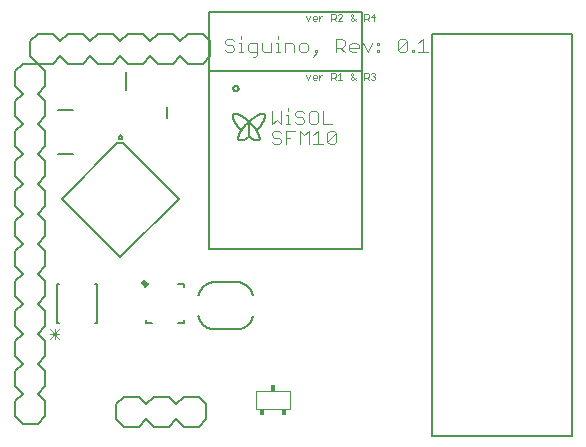
<source format=gto>
G75*
%MOIN*%
%OFA0B0*%
%FSLAX25Y25*%
%IPPOS*%
%LPD*%
%AMOC8*
5,1,8,0,0,1.08239X$1,22.5*
%
%ADD10C,0.00400*%
%ADD11C,0.00500*%
%ADD12C,0.00800*%
%ADD13C,0.02000*%
%ADD14C,0.00200*%
%ADD15C,0.00394*%
%ADD16R,0.01575X0.01969*%
%ADD17C,0.00600*%
%ADD18C,0.00300*%
D10*
X0091421Y0099335D02*
X0090654Y0100102D01*
X0091421Y0099335D02*
X0092956Y0099335D01*
X0093723Y0100102D01*
X0093723Y0100869D01*
X0092956Y0101637D01*
X0091421Y0101637D01*
X0090654Y0102404D01*
X0090654Y0103171D01*
X0091421Y0103939D01*
X0092956Y0103939D01*
X0093723Y0103171D01*
X0095258Y0103939D02*
X0098327Y0103939D01*
X0099862Y0103939D02*
X0101396Y0102404D01*
X0102931Y0103939D01*
X0102931Y0099335D01*
X0104465Y0099335D02*
X0107535Y0099335D01*
X0106000Y0099335D02*
X0106000Y0103939D01*
X0104465Y0102404D01*
X0109069Y0103171D02*
X0109069Y0100102D01*
X0112139Y0103171D01*
X0112139Y0100102D01*
X0111371Y0099335D01*
X0109837Y0099335D01*
X0109069Y0100102D01*
X0109069Y0103171D02*
X0109837Y0103939D01*
X0111371Y0103939D01*
X0112139Y0103171D01*
X0110604Y0106028D02*
X0107535Y0106028D01*
X0107535Y0110631D01*
X0106000Y0109864D02*
X0105233Y0110631D01*
X0103698Y0110631D01*
X0102931Y0109864D01*
X0102931Y0106795D01*
X0103698Y0106028D01*
X0105233Y0106028D01*
X0106000Y0106795D01*
X0106000Y0109864D01*
X0101396Y0109864D02*
X0100629Y0110631D01*
X0099094Y0110631D01*
X0098327Y0109864D01*
X0098327Y0109097D01*
X0099094Y0108330D01*
X0100629Y0108330D01*
X0101396Y0107562D01*
X0101396Y0106795D01*
X0100629Y0106028D01*
X0099094Y0106028D01*
X0098327Y0106795D01*
X0096792Y0106028D02*
X0095258Y0106028D01*
X0096025Y0106028D02*
X0096025Y0109097D01*
X0095258Y0109097D01*
X0096025Y0110631D02*
X0096025Y0111399D01*
X0093723Y0110631D02*
X0093723Y0106028D01*
X0092188Y0107562D01*
X0090654Y0106028D01*
X0090654Y0110631D01*
X0095258Y0103939D02*
X0095258Y0099335D01*
X0095258Y0101637D02*
X0096792Y0101637D01*
X0099862Y0099335D02*
X0099862Y0103939D01*
X0104182Y0128509D02*
X0105717Y0130043D01*
X0104949Y0130043D01*
X0104949Y0130811D01*
X0105717Y0130811D01*
X0105717Y0130043D01*
X0102647Y0130811D02*
X0102647Y0132345D01*
X0101880Y0133113D01*
X0100345Y0133113D01*
X0099578Y0132345D01*
X0099578Y0130811D01*
X0100345Y0130043D01*
X0101880Y0130043D01*
X0102647Y0130811D01*
X0098043Y0130043D02*
X0098043Y0132345D01*
X0097276Y0133113D01*
X0094974Y0133113D01*
X0094974Y0130043D01*
X0093439Y0130043D02*
X0091905Y0130043D01*
X0092672Y0130043D02*
X0092672Y0133113D01*
X0091905Y0133113D01*
X0090370Y0133113D02*
X0090370Y0130043D01*
X0088068Y0130043D01*
X0087301Y0130811D01*
X0087301Y0133113D01*
X0085766Y0133113D02*
X0083464Y0133113D01*
X0082697Y0132345D01*
X0082697Y0130811D01*
X0083464Y0130043D01*
X0085766Y0130043D01*
X0085766Y0129276D02*
X0085766Y0133113D01*
X0080395Y0133113D02*
X0080395Y0130043D01*
X0079628Y0130043D02*
X0081162Y0130043D01*
X0078093Y0130811D02*
X0077326Y0130043D01*
X0075791Y0130043D01*
X0075024Y0130811D01*
X0075791Y0132345D02*
X0077326Y0132345D01*
X0078093Y0131578D01*
X0078093Y0130811D01*
X0079628Y0133113D02*
X0080395Y0133113D01*
X0080395Y0134647D02*
X0080395Y0135415D01*
X0078093Y0133880D02*
X0077326Y0134647D01*
X0075791Y0134647D01*
X0075024Y0133880D01*
X0075024Y0133113D01*
X0075791Y0132345D01*
X0084232Y0128509D02*
X0084999Y0128509D01*
X0085766Y0129276D01*
X0092672Y0134647D02*
X0092672Y0135415D01*
X0111855Y0134647D02*
X0111855Y0130043D01*
X0111855Y0131578D02*
X0114157Y0131578D01*
X0114924Y0132345D01*
X0114924Y0133880D01*
X0114157Y0134647D01*
X0111855Y0134647D01*
X0113390Y0131578D02*
X0114924Y0130043D01*
X0116459Y0130811D02*
X0116459Y0132345D01*
X0117226Y0133113D01*
X0118761Y0133113D01*
X0119528Y0132345D01*
X0119528Y0131578D01*
X0116459Y0131578D01*
X0116459Y0130811D02*
X0117226Y0130043D01*
X0118761Y0130043D01*
X0121063Y0133113D02*
X0122598Y0130043D01*
X0124132Y0133113D01*
X0125667Y0133113D02*
X0125667Y0132345D01*
X0126434Y0132345D01*
X0126434Y0133113D01*
X0125667Y0133113D01*
X0125667Y0130811D02*
X0125667Y0130043D01*
X0126434Y0130043D01*
X0126434Y0130811D01*
X0125667Y0130811D01*
X0132573Y0130811D02*
X0133340Y0130043D01*
X0134875Y0130043D01*
X0135642Y0130811D01*
X0135642Y0133880D01*
X0132573Y0130811D01*
X0132573Y0133880D01*
X0133340Y0134647D01*
X0134875Y0134647D01*
X0135642Y0133880D01*
X0137177Y0130811D02*
X0137944Y0130811D01*
X0137944Y0130043D01*
X0137177Y0130043D01*
X0137177Y0130811D01*
X0139479Y0130043D02*
X0142548Y0130043D01*
X0141013Y0130043D02*
X0141013Y0134647D01*
X0139479Y0133113D01*
D11*
X0144115Y0136143D02*
X0190572Y0136143D01*
X0190572Y0002284D01*
X0144115Y0002284D01*
X0144115Y0136143D01*
X0120769Y0143623D02*
X0120769Y0123938D01*
X0120769Y0064489D01*
X0069588Y0064489D01*
X0069588Y0123938D01*
X0069588Y0143623D01*
X0120769Y0143623D01*
X0120769Y0123938D02*
X0069588Y0123938D01*
X0077763Y0118032D02*
X0077765Y0118091D01*
X0077771Y0118149D01*
X0077781Y0118207D01*
X0077794Y0118264D01*
X0077812Y0118321D01*
X0077833Y0118376D01*
X0077858Y0118429D01*
X0077886Y0118480D01*
X0077917Y0118530D01*
X0077952Y0118577D01*
X0077990Y0118622D01*
X0078031Y0118665D01*
X0078075Y0118704D01*
X0078121Y0118740D01*
X0078169Y0118774D01*
X0078220Y0118804D01*
X0078273Y0118830D01*
X0078327Y0118853D01*
X0078382Y0118872D01*
X0078439Y0118888D01*
X0078497Y0118900D01*
X0078555Y0118908D01*
X0078614Y0118912D01*
X0078672Y0118912D01*
X0078731Y0118908D01*
X0078789Y0118900D01*
X0078847Y0118888D01*
X0078904Y0118872D01*
X0078959Y0118853D01*
X0079013Y0118830D01*
X0079066Y0118804D01*
X0079117Y0118774D01*
X0079165Y0118740D01*
X0079211Y0118704D01*
X0079255Y0118665D01*
X0079296Y0118622D01*
X0079334Y0118577D01*
X0079369Y0118530D01*
X0079400Y0118480D01*
X0079428Y0118429D01*
X0079453Y0118376D01*
X0079474Y0118321D01*
X0079492Y0118264D01*
X0079505Y0118207D01*
X0079515Y0118149D01*
X0079521Y0118091D01*
X0079523Y0118032D01*
X0079521Y0117973D01*
X0079515Y0117915D01*
X0079505Y0117857D01*
X0079492Y0117800D01*
X0079474Y0117743D01*
X0079453Y0117688D01*
X0079428Y0117635D01*
X0079400Y0117584D01*
X0079369Y0117534D01*
X0079334Y0117487D01*
X0079296Y0117442D01*
X0079255Y0117399D01*
X0079211Y0117360D01*
X0079165Y0117324D01*
X0079117Y0117290D01*
X0079066Y0117260D01*
X0079013Y0117234D01*
X0078959Y0117211D01*
X0078904Y0117192D01*
X0078847Y0117176D01*
X0078789Y0117164D01*
X0078731Y0117156D01*
X0078672Y0117152D01*
X0078614Y0117152D01*
X0078555Y0117156D01*
X0078497Y0117164D01*
X0078439Y0117176D01*
X0078382Y0117192D01*
X0078327Y0117211D01*
X0078273Y0117234D01*
X0078220Y0117260D01*
X0078169Y0117290D01*
X0078121Y0117324D01*
X0078075Y0117360D01*
X0078031Y0117399D01*
X0077990Y0117442D01*
X0077952Y0117487D01*
X0077917Y0117534D01*
X0077886Y0117584D01*
X0077858Y0117635D01*
X0077833Y0117688D01*
X0077812Y0117743D01*
X0077794Y0117800D01*
X0077781Y0117857D01*
X0077771Y0117915D01*
X0077765Y0117973D01*
X0077763Y0118032D01*
X0087495Y0106548D02*
X0087344Y0106301D01*
X0087188Y0106058D01*
X0087026Y0105818D01*
X0086859Y0105582D01*
X0086687Y0105349D01*
X0086509Y0105121D01*
X0086327Y0104897D01*
X0086139Y0104677D01*
X0085946Y0104461D01*
X0085749Y0104249D01*
X0085546Y0104043D01*
X0083741Y0106269D02*
X0083184Y0106826D01*
X0082973Y0107009D02*
X0082973Y0101891D01*
X0079421Y0101814D02*
X0079407Y0101754D01*
X0079397Y0101692D01*
X0079390Y0101630D01*
X0079386Y0101567D01*
X0079386Y0101505D01*
X0079390Y0101442D01*
X0079397Y0101380D01*
X0079407Y0101318D01*
X0079421Y0101258D01*
X0079423Y0101258D02*
X0079438Y0101205D01*
X0079458Y0101154D01*
X0079481Y0101104D01*
X0079507Y0101056D01*
X0079537Y0101009D01*
X0079570Y0100965D01*
X0079606Y0100924D01*
X0079645Y0100885D01*
X0079686Y0100849D01*
X0079730Y0100816D01*
X0079777Y0100786D01*
X0079825Y0100760D01*
X0079875Y0100737D01*
X0079926Y0100717D01*
X0079979Y0100702D01*
X0086246Y0102650D02*
X0086300Y0102514D01*
X0086352Y0102376D01*
X0086400Y0102237D01*
X0086444Y0102097D01*
X0086486Y0101957D01*
X0086524Y0101815D01*
X0086524Y0101258D02*
X0086509Y0101205D01*
X0086489Y0101154D01*
X0086466Y0101104D01*
X0086440Y0101056D01*
X0086410Y0101009D01*
X0086377Y0100965D01*
X0086341Y0100924D01*
X0086302Y0100885D01*
X0086261Y0100849D01*
X0086217Y0100816D01*
X0086170Y0100786D01*
X0086122Y0100760D01*
X0086072Y0100737D01*
X0086021Y0100717D01*
X0085968Y0100702D01*
X0079700Y0102650D02*
X0079646Y0102514D01*
X0079594Y0102376D01*
X0079546Y0102237D01*
X0079502Y0102097D01*
X0079460Y0101957D01*
X0079422Y0101815D01*
X0079979Y0100700D02*
X0080039Y0100686D01*
X0080101Y0100676D01*
X0080163Y0100669D01*
X0080226Y0100665D01*
X0080288Y0100665D01*
X0080351Y0100669D01*
X0080413Y0100676D01*
X0080475Y0100686D01*
X0080535Y0100700D01*
X0085690Y0103763D02*
X0085794Y0103584D01*
X0085893Y0103401D01*
X0085988Y0103217D01*
X0086079Y0103030D01*
X0086165Y0102841D01*
X0086247Y0102650D01*
X0085968Y0100700D02*
X0085908Y0100686D01*
X0085846Y0100676D01*
X0085784Y0100669D01*
X0085721Y0100665D01*
X0085659Y0100665D01*
X0085596Y0100669D01*
X0085534Y0100676D01*
X0085472Y0100686D01*
X0085412Y0100700D01*
X0086526Y0101258D02*
X0086540Y0101318D01*
X0086550Y0101380D01*
X0086557Y0101442D01*
X0086561Y0101505D01*
X0086561Y0101567D01*
X0086557Y0101630D01*
X0086550Y0101692D01*
X0086540Y0101754D01*
X0086526Y0101814D01*
X0086382Y0109331D02*
X0086518Y0109385D01*
X0086656Y0109437D01*
X0086795Y0109485D01*
X0086935Y0109529D01*
X0087075Y0109571D01*
X0087217Y0109609D01*
X0087773Y0109609D02*
X0087826Y0109594D01*
X0087877Y0109574D01*
X0087927Y0109551D01*
X0087975Y0109525D01*
X0088022Y0109495D01*
X0088066Y0109462D01*
X0088107Y0109426D01*
X0088146Y0109387D01*
X0088182Y0109346D01*
X0088215Y0109302D01*
X0088245Y0109255D01*
X0088271Y0109207D01*
X0088294Y0109157D01*
X0088314Y0109106D01*
X0088329Y0109053D01*
X0087773Y0109610D02*
X0087713Y0109624D01*
X0087651Y0109634D01*
X0087589Y0109641D01*
X0087526Y0109645D01*
X0087464Y0109645D01*
X0087401Y0109641D01*
X0087339Y0109634D01*
X0087277Y0109624D01*
X0087217Y0109610D01*
X0088331Y0109053D02*
X0088345Y0108993D01*
X0088355Y0108931D01*
X0088362Y0108869D01*
X0088366Y0108806D01*
X0088366Y0108744D01*
X0088362Y0108681D01*
X0088355Y0108619D01*
X0088345Y0108557D01*
X0088331Y0108497D01*
X0085411Y0100701D02*
X0085269Y0100739D01*
X0085129Y0100781D01*
X0084989Y0100825D01*
X0084850Y0100873D01*
X0084712Y0100925D01*
X0084576Y0100979D01*
X0080257Y0103763D02*
X0080153Y0103584D01*
X0080054Y0103401D01*
X0079959Y0103217D01*
X0079868Y0103030D01*
X0079782Y0102841D01*
X0079700Y0102650D01*
X0079565Y0109332D02*
X0079429Y0109386D01*
X0079291Y0109438D01*
X0079152Y0109486D01*
X0079012Y0109530D01*
X0078872Y0109572D01*
X0078730Y0109610D01*
X0078173Y0109609D02*
X0078120Y0109594D01*
X0078069Y0109574D01*
X0078019Y0109551D01*
X0077971Y0109525D01*
X0077924Y0109495D01*
X0077880Y0109462D01*
X0077839Y0109426D01*
X0077800Y0109387D01*
X0077764Y0109346D01*
X0077731Y0109302D01*
X0077701Y0109255D01*
X0077675Y0109207D01*
X0077652Y0109157D01*
X0077632Y0109106D01*
X0077617Y0109053D01*
X0078174Y0109610D02*
X0078234Y0109624D01*
X0078296Y0109634D01*
X0078358Y0109641D01*
X0078421Y0109645D01*
X0078483Y0109645D01*
X0078546Y0109641D01*
X0078608Y0109634D01*
X0078670Y0109624D01*
X0078730Y0109610D01*
X0077616Y0109053D02*
X0077602Y0108993D01*
X0077592Y0108931D01*
X0077585Y0108869D01*
X0077581Y0108806D01*
X0077581Y0108744D01*
X0077585Y0108681D01*
X0077592Y0108619D01*
X0077602Y0108557D01*
X0077616Y0108497D01*
X0080536Y0100702D02*
X0080678Y0100740D01*
X0080818Y0100782D01*
X0080958Y0100826D01*
X0081097Y0100874D01*
X0081235Y0100926D01*
X0081371Y0100980D01*
X0080678Y0108775D02*
X0080499Y0108879D01*
X0080316Y0108978D01*
X0080132Y0109073D01*
X0079945Y0109164D01*
X0079756Y0109250D01*
X0079565Y0109332D01*
X0087495Y0106548D02*
X0087599Y0106727D01*
X0087698Y0106910D01*
X0087793Y0107094D01*
X0087884Y0107281D01*
X0087970Y0107470D01*
X0088052Y0107661D01*
X0078451Y0106548D02*
X0078347Y0106727D01*
X0078248Y0106910D01*
X0078153Y0107094D01*
X0078062Y0107281D01*
X0077976Y0107470D01*
X0077894Y0107661D01*
X0082206Y0106269D02*
X0082763Y0106826D01*
X0088052Y0107661D02*
X0088106Y0107797D01*
X0088158Y0107935D01*
X0088206Y0108074D01*
X0088250Y0108214D01*
X0088292Y0108354D01*
X0088330Y0108496D01*
X0084576Y0100979D02*
X0084315Y0101122D01*
X0084058Y0101271D01*
X0083805Y0101427D01*
X0083555Y0101588D01*
X0083310Y0101756D01*
X0083068Y0101930D01*
X0085268Y0108775D02*
X0085447Y0108879D01*
X0085630Y0108978D01*
X0085814Y0109073D01*
X0086001Y0109164D01*
X0086190Y0109250D01*
X0086381Y0109332D01*
X0077895Y0107661D02*
X0077841Y0107797D01*
X0077789Y0107935D01*
X0077741Y0108074D01*
X0077697Y0108214D01*
X0077655Y0108354D01*
X0077617Y0108496D01*
X0081371Y0100980D02*
X0081631Y0101123D01*
X0081888Y0101272D01*
X0082142Y0101428D01*
X0082391Y0101589D01*
X0082637Y0101757D01*
X0082878Y0101930D01*
X0085690Y0103764D02*
X0085539Y0104010D01*
X0085383Y0104254D01*
X0085221Y0104494D01*
X0085054Y0104730D01*
X0084882Y0104962D01*
X0084704Y0105191D01*
X0084521Y0105415D01*
X0084334Y0105635D01*
X0084141Y0105851D01*
X0083943Y0106062D01*
X0083741Y0106269D01*
X0080400Y0104042D02*
X0080198Y0104249D01*
X0080000Y0104460D01*
X0079807Y0104676D01*
X0079620Y0104896D01*
X0079437Y0105120D01*
X0079259Y0105349D01*
X0079087Y0105581D01*
X0078920Y0105817D01*
X0078758Y0106057D01*
X0078602Y0106301D01*
X0078451Y0106547D01*
X0080679Y0108774D02*
X0080926Y0108623D01*
X0081169Y0108467D01*
X0081409Y0108305D01*
X0081645Y0108138D01*
X0081878Y0107966D01*
X0082106Y0107788D01*
X0082330Y0107606D01*
X0082550Y0107418D01*
X0082766Y0107225D01*
X0082978Y0107028D01*
X0083184Y0106825D01*
X0082762Y0106826D02*
X0082969Y0107028D01*
X0083180Y0107226D01*
X0083396Y0107419D01*
X0083616Y0107606D01*
X0083840Y0107789D01*
X0084069Y0107967D01*
X0084301Y0108139D01*
X0084537Y0108306D01*
X0084777Y0108468D01*
X0085021Y0108624D01*
X0085267Y0108775D01*
X0082206Y0106268D02*
X0082003Y0106062D01*
X0081806Y0105850D01*
X0081613Y0105634D01*
X0081425Y0105414D01*
X0081243Y0105190D01*
X0081065Y0104962D01*
X0080893Y0104729D01*
X0080726Y0104493D01*
X0080564Y0104253D01*
X0080408Y0104010D01*
X0080257Y0103763D01*
X0055759Y0108008D02*
X0055759Y0111758D01*
D12*
X0005060Y0008800D02*
X0007560Y0006300D01*
X0012560Y0006300D01*
X0015060Y0008800D01*
X0015060Y0013800D01*
X0012560Y0016300D01*
X0015060Y0018800D01*
X0015060Y0023800D01*
X0012560Y0026300D01*
X0015060Y0028800D01*
X0015060Y0033800D01*
X0012560Y0036300D01*
X0015060Y0038800D01*
X0015060Y0043800D01*
X0012560Y0046300D01*
X0015060Y0048800D01*
X0015060Y0053800D01*
X0012560Y0056300D01*
X0015060Y0058800D01*
X0015060Y0063800D01*
X0012560Y0066300D01*
X0015060Y0068800D01*
X0015060Y0073800D01*
X0012560Y0076300D01*
X0015060Y0078800D01*
X0015060Y0083800D01*
X0012560Y0086300D01*
X0015060Y0088800D01*
X0015060Y0093800D01*
X0012560Y0096300D01*
X0015060Y0098800D01*
X0015060Y0103800D01*
X0012560Y0106300D01*
X0015060Y0108800D01*
X0015060Y0113800D01*
X0012560Y0116300D01*
X0015060Y0118800D01*
X0015060Y0123800D01*
X0012560Y0126300D01*
X0007560Y0126300D01*
X0005060Y0123800D01*
X0005060Y0118800D01*
X0007560Y0116300D01*
X0005060Y0113800D01*
X0005060Y0108800D01*
X0007560Y0106300D01*
X0005060Y0103800D01*
X0005060Y0098800D01*
X0007560Y0096300D01*
X0005060Y0093800D01*
X0005060Y0088800D01*
X0007560Y0086300D01*
X0005060Y0083800D01*
X0005060Y0078800D01*
X0007560Y0076300D01*
X0005060Y0073800D01*
X0005060Y0068800D01*
X0007560Y0066300D01*
X0005060Y0063800D01*
X0005060Y0058800D01*
X0007560Y0056300D01*
X0005060Y0053800D01*
X0005060Y0048800D01*
X0007560Y0046300D01*
X0005060Y0043800D01*
X0005060Y0038800D01*
X0007560Y0036300D01*
X0005060Y0033800D01*
X0005060Y0028800D01*
X0007560Y0026300D01*
X0005060Y0023800D01*
X0005060Y0018800D01*
X0007560Y0016300D01*
X0005060Y0013800D01*
X0005060Y0008800D01*
X0038721Y0007658D02*
X0041221Y0005158D01*
X0046221Y0005158D01*
X0048721Y0007658D01*
X0051221Y0005158D01*
X0056221Y0005158D01*
X0058721Y0007658D01*
X0061221Y0005158D01*
X0066221Y0005158D01*
X0068721Y0007658D01*
X0068721Y0012658D01*
X0066221Y0015158D01*
X0061221Y0015158D01*
X0058721Y0012658D01*
X0056221Y0015158D01*
X0051221Y0015158D01*
X0048721Y0012658D01*
X0046221Y0015158D01*
X0041221Y0015158D01*
X0038721Y0012658D01*
X0038721Y0007658D01*
X0071280Y0037717D02*
X0079154Y0037717D01*
X0079303Y0037730D01*
X0079452Y0037746D01*
X0079600Y0037766D01*
X0079747Y0037790D01*
X0079894Y0037818D01*
X0080040Y0037849D01*
X0080185Y0037885D01*
X0080330Y0037924D01*
X0080473Y0037968D01*
X0080615Y0038015D01*
X0080755Y0038065D01*
X0080894Y0038120D01*
X0081032Y0038178D01*
X0081168Y0038239D01*
X0081303Y0038305D01*
X0081436Y0038373D01*
X0081566Y0038445D01*
X0081695Y0038521D01*
X0081822Y0038600D01*
X0081947Y0038683D01*
X0082070Y0038768D01*
X0082190Y0038857D01*
X0082308Y0038949D01*
X0082423Y0039044D01*
X0082536Y0039142D01*
X0082646Y0039243D01*
X0082753Y0039347D01*
X0082858Y0039454D01*
X0082960Y0039563D01*
X0083059Y0039675D01*
X0083155Y0039790D01*
X0083248Y0039907D01*
X0083338Y0040026D01*
X0083424Y0040148D01*
X0083507Y0040272D01*
X0083588Y0040398D01*
X0083664Y0040527D01*
X0083737Y0040657D01*
X0083807Y0040789D01*
X0083874Y0040923D01*
X0083936Y0041059D01*
X0083995Y0041196D01*
X0084051Y0041335D01*
X0084103Y0041475D01*
X0084151Y0041617D01*
X0084195Y0041759D01*
X0084236Y0041903D01*
X0084272Y0042048D01*
X0084273Y0049135D02*
X0084237Y0049280D01*
X0084196Y0049423D01*
X0084152Y0049566D01*
X0084104Y0049708D01*
X0084052Y0049848D01*
X0083996Y0049987D01*
X0083937Y0050124D01*
X0083875Y0050260D01*
X0083808Y0050394D01*
X0083739Y0050526D01*
X0083665Y0050656D01*
X0083589Y0050785D01*
X0083509Y0050911D01*
X0083425Y0051035D01*
X0083339Y0051157D01*
X0083249Y0051276D01*
X0083156Y0051393D01*
X0083060Y0051508D01*
X0082961Y0051620D01*
X0082859Y0051729D01*
X0082755Y0051836D01*
X0082647Y0051940D01*
X0082537Y0052041D01*
X0082424Y0052139D01*
X0082309Y0052234D01*
X0082191Y0052326D01*
X0082071Y0052415D01*
X0081948Y0052501D01*
X0081823Y0052583D01*
X0081696Y0052662D01*
X0081567Y0052738D01*
X0081437Y0052810D01*
X0081304Y0052879D01*
X0081169Y0052944D01*
X0081033Y0053005D01*
X0080895Y0053063D01*
X0080756Y0053118D01*
X0080615Y0053168D01*
X0080474Y0053215D01*
X0080330Y0053259D01*
X0080186Y0053298D01*
X0080041Y0053334D01*
X0079895Y0053365D01*
X0079748Y0053393D01*
X0079601Y0053417D01*
X0079452Y0053437D01*
X0079304Y0053453D01*
X0079155Y0053466D01*
X0079154Y0053465D02*
X0071280Y0053465D01*
X0071281Y0053466D02*
X0071132Y0053453D01*
X0070983Y0053437D01*
X0070835Y0053417D01*
X0070688Y0053393D01*
X0070541Y0053365D01*
X0070395Y0053334D01*
X0070250Y0053298D01*
X0070105Y0053259D01*
X0069962Y0053215D01*
X0069820Y0053168D01*
X0069680Y0053118D01*
X0069541Y0053063D01*
X0069403Y0053005D01*
X0069267Y0052944D01*
X0069132Y0052878D01*
X0068999Y0052810D01*
X0068869Y0052738D01*
X0068740Y0052662D01*
X0068613Y0052583D01*
X0068488Y0052500D01*
X0068365Y0052415D01*
X0068245Y0052326D01*
X0068127Y0052234D01*
X0068012Y0052139D01*
X0067899Y0052041D01*
X0067789Y0051940D01*
X0067682Y0051836D01*
X0067577Y0051729D01*
X0067475Y0051620D01*
X0067376Y0051508D01*
X0067280Y0051393D01*
X0067187Y0051276D01*
X0067097Y0051157D01*
X0067011Y0051035D01*
X0066928Y0050911D01*
X0066847Y0050785D01*
X0066771Y0050656D01*
X0066698Y0050526D01*
X0066628Y0050394D01*
X0066561Y0050260D01*
X0066499Y0050124D01*
X0066440Y0049987D01*
X0066384Y0049848D01*
X0066332Y0049708D01*
X0066284Y0049566D01*
X0066240Y0049424D01*
X0066199Y0049280D01*
X0066163Y0049135D01*
X0061454Y0051691D02*
X0061454Y0052794D01*
X0059454Y0052794D01*
X0049658Y0053091D02*
X0048258Y0051691D01*
X0048654Y0040898D02*
X0048654Y0039794D01*
X0050654Y0039794D01*
X0059454Y0039794D02*
X0061454Y0039794D01*
X0061454Y0040898D01*
X0066162Y0042048D02*
X0066198Y0041903D01*
X0066239Y0041760D01*
X0066283Y0041617D01*
X0066331Y0041475D01*
X0066383Y0041335D01*
X0066439Y0041196D01*
X0066498Y0041059D01*
X0066560Y0040923D01*
X0066627Y0040789D01*
X0066696Y0040657D01*
X0066770Y0040527D01*
X0066846Y0040398D01*
X0066926Y0040272D01*
X0067010Y0040148D01*
X0067096Y0040026D01*
X0067186Y0039907D01*
X0067279Y0039790D01*
X0067375Y0039675D01*
X0067474Y0039563D01*
X0067576Y0039454D01*
X0067680Y0039347D01*
X0067788Y0039243D01*
X0067898Y0039142D01*
X0068011Y0039044D01*
X0068126Y0038949D01*
X0068244Y0038857D01*
X0068364Y0038768D01*
X0068487Y0038682D01*
X0068612Y0038600D01*
X0068739Y0038521D01*
X0068868Y0038445D01*
X0068998Y0038373D01*
X0069131Y0038304D01*
X0069266Y0038239D01*
X0069402Y0038178D01*
X0069540Y0038120D01*
X0069679Y0038065D01*
X0069820Y0038015D01*
X0069961Y0037968D01*
X0070105Y0037924D01*
X0070249Y0037885D01*
X0070394Y0037849D01*
X0070540Y0037818D01*
X0070687Y0037790D01*
X0070834Y0037766D01*
X0070983Y0037746D01*
X0071131Y0037730D01*
X0071280Y0037717D01*
X0040060Y0061785D02*
X0020545Y0081300D01*
X0039072Y0099827D01*
X0041048Y0099827D01*
X0059575Y0081300D01*
X0040060Y0061785D01*
X0024351Y0095990D02*
X0019233Y0095990D01*
X0019233Y0110753D02*
X0024351Y0110753D01*
X0039531Y0101735D02*
X0039533Y0101784D01*
X0039539Y0101832D01*
X0039549Y0101880D01*
X0039563Y0101927D01*
X0039580Y0101973D01*
X0039601Y0102017D01*
X0039626Y0102059D01*
X0039654Y0102099D01*
X0039686Y0102137D01*
X0039720Y0102172D01*
X0039757Y0102204D01*
X0039796Y0102233D01*
X0039838Y0102259D01*
X0039882Y0102281D01*
X0039927Y0102299D01*
X0039974Y0102314D01*
X0040021Y0102325D01*
X0040070Y0102332D01*
X0040119Y0102335D01*
X0040168Y0102334D01*
X0040216Y0102329D01*
X0040265Y0102320D01*
X0040312Y0102307D01*
X0040358Y0102290D01*
X0040402Y0102270D01*
X0040445Y0102246D01*
X0040486Y0102219D01*
X0040524Y0102188D01*
X0040560Y0102155D01*
X0040592Y0102119D01*
X0040622Y0102080D01*
X0040649Y0102039D01*
X0040672Y0101995D01*
X0040691Y0101950D01*
X0040707Y0101904D01*
X0040719Y0101857D01*
X0040727Y0101808D01*
X0040731Y0101759D01*
X0040731Y0101711D01*
X0040727Y0101662D01*
X0040719Y0101613D01*
X0040707Y0101566D01*
X0040691Y0101520D01*
X0040672Y0101475D01*
X0040649Y0101431D01*
X0040622Y0101390D01*
X0040592Y0101351D01*
X0040560Y0101315D01*
X0040524Y0101282D01*
X0040486Y0101251D01*
X0040445Y0101224D01*
X0040402Y0101200D01*
X0040358Y0101180D01*
X0040312Y0101163D01*
X0040265Y0101150D01*
X0040216Y0101141D01*
X0040168Y0101136D01*
X0040119Y0101135D01*
X0040070Y0101138D01*
X0040021Y0101145D01*
X0039974Y0101156D01*
X0039927Y0101171D01*
X0039882Y0101189D01*
X0039838Y0101211D01*
X0039796Y0101237D01*
X0039757Y0101266D01*
X0039720Y0101298D01*
X0039686Y0101333D01*
X0039654Y0101371D01*
X0039626Y0101411D01*
X0039601Y0101453D01*
X0039580Y0101497D01*
X0039563Y0101543D01*
X0039549Y0101590D01*
X0039539Y0101638D01*
X0039533Y0101686D01*
X0039531Y0101735D01*
X0042095Y0117394D02*
X0042095Y0123394D01*
X0042560Y0126300D02*
X0047560Y0126300D01*
X0050060Y0128800D01*
X0052560Y0126300D01*
X0057560Y0126300D01*
X0060060Y0128800D01*
X0062560Y0126300D01*
X0067560Y0126300D01*
X0070060Y0128800D01*
X0070060Y0133800D01*
X0067560Y0136300D01*
X0062560Y0136300D01*
X0060060Y0133800D01*
X0057560Y0136300D01*
X0052560Y0136300D01*
X0050060Y0133800D01*
X0047560Y0136300D01*
X0042560Y0136300D01*
X0040060Y0133800D01*
X0037560Y0136300D01*
X0032560Y0136300D01*
X0030060Y0133800D01*
X0027560Y0136300D01*
X0022560Y0136300D01*
X0020060Y0133800D01*
X0017560Y0136300D01*
X0012560Y0136300D01*
X0010060Y0133800D01*
X0010060Y0128800D01*
X0012560Y0126300D01*
X0017560Y0126300D01*
X0020060Y0128800D01*
X0022560Y0126300D01*
X0027560Y0126300D01*
X0030060Y0128800D01*
X0032560Y0126300D01*
X0037560Y0126300D01*
X0040060Y0128800D01*
X0042560Y0126300D01*
D13*
X0048060Y0053300D03*
D14*
X0102705Y0120888D02*
X0103439Y0122356D01*
X0104181Y0121989D02*
X0104181Y0121255D01*
X0104548Y0120888D01*
X0105282Y0120888D01*
X0105649Y0121622D02*
X0104181Y0121622D01*
X0104181Y0121989D02*
X0104548Y0122356D01*
X0105282Y0122356D01*
X0105649Y0121989D01*
X0105649Y0121622D01*
X0106391Y0121622D02*
X0107125Y0122356D01*
X0107492Y0122356D01*
X0106391Y0122356D02*
X0106391Y0120888D01*
X0102705Y0120888D02*
X0101971Y0122356D01*
X0110442Y0121622D02*
X0111543Y0121622D01*
X0111910Y0121989D01*
X0111910Y0122723D01*
X0111543Y0123090D01*
X0110442Y0123090D01*
X0110442Y0120888D01*
X0111176Y0121622D02*
X0111910Y0120888D01*
X0112652Y0120888D02*
X0114120Y0120888D01*
X0113386Y0120888D02*
X0113386Y0123090D01*
X0112652Y0122356D01*
X0117072Y0122356D02*
X0118540Y0120888D01*
X0118540Y0121622D02*
X0117806Y0120888D01*
X0117439Y0120888D01*
X0117072Y0121255D01*
X0117072Y0121622D01*
X0117806Y0122356D01*
X0117806Y0122723D01*
X0117439Y0123090D01*
X0117072Y0122723D01*
X0117072Y0122356D01*
X0121492Y0121622D02*
X0122593Y0121622D01*
X0122960Y0121989D01*
X0122960Y0122723D01*
X0122593Y0123090D01*
X0121492Y0123090D01*
X0121492Y0120888D01*
X0122226Y0121622D02*
X0122960Y0120888D01*
X0123702Y0121255D02*
X0124068Y0120888D01*
X0124802Y0120888D01*
X0125169Y0121255D01*
X0125169Y0121622D01*
X0124802Y0121989D01*
X0124435Y0121989D01*
X0124802Y0121989D02*
X0125169Y0122356D01*
X0125169Y0122723D01*
X0124802Y0123090D01*
X0124068Y0123090D01*
X0123702Y0122723D01*
X0122960Y0140573D02*
X0122226Y0141307D01*
X0122593Y0141307D02*
X0121492Y0141307D01*
X0121492Y0140573D02*
X0121492Y0142775D01*
X0122593Y0142775D01*
X0122960Y0142408D01*
X0122960Y0141674D01*
X0122593Y0141307D01*
X0123702Y0141674D02*
X0125169Y0141674D01*
X0124802Y0140573D02*
X0124802Y0142775D01*
X0123702Y0141674D01*
X0118540Y0141307D02*
X0117806Y0140573D01*
X0117439Y0140573D01*
X0117072Y0140940D01*
X0117072Y0141307D01*
X0117806Y0142041D01*
X0117806Y0142408D01*
X0117439Y0142775D01*
X0117072Y0142408D01*
X0117072Y0142041D01*
X0118540Y0140573D01*
X0114120Y0140573D02*
X0112652Y0140573D01*
X0114120Y0142041D01*
X0114120Y0142408D01*
X0113753Y0142775D01*
X0113019Y0142775D01*
X0112652Y0142408D01*
X0111910Y0142408D02*
X0111543Y0142775D01*
X0110442Y0142775D01*
X0110442Y0140573D01*
X0110442Y0141307D02*
X0111543Y0141307D01*
X0111910Y0141674D01*
X0111910Y0142408D01*
X0111176Y0141307D02*
X0111910Y0140573D01*
X0107492Y0142041D02*
X0107125Y0142041D01*
X0106391Y0141307D01*
X0106391Y0140573D02*
X0106391Y0142041D01*
X0105649Y0141674D02*
X0105649Y0141307D01*
X0104181Y0141307D01*
X0104181Y0140940D02*
X0104181Y0141674D01*
X0104548Y0142041D01*
X0105282Y0142041D01*
X0105649Y0141674D01*
X0105282Y0140573D02*
X0104548Y0140573D01*
X0104181Y0140940D01*
X0103439Y0142041D02*
X0102705Y0140573D01*
X0101971Y0142041D01*
D15*
X0096674Y0017048D02*
X0085257Y0017048D01*
X0085257Y0011143D01*
X0096674Y0011143D01*
X0096674Y0017048D01*
D16*
X0090966Y0018032D03*
X0094706Y0010158D03*
X0087225Y0010158D03*
D17*
X0032211Y0039779D02*
X0031511Y0039779D01*
X0032211Y0039779D02*
X0032211Y0052979D01*
X0031511Y0052979D01*
X0019711Y0052979D02*
X0019011Y0052979D01*
X0019011Y0039779D01*
X0019711Y0039779D01*
D18*
X0019777Y0037765D02*
X0016641Y0034629D01*
X0016641Y0036197D02*
X0019777Y0036197D01*
X0019777Y0034629D02*
X0016641Y0037765D01*
X0018209Y0037765D02*
X0018209Y0034629D01*
M02*

</source>
